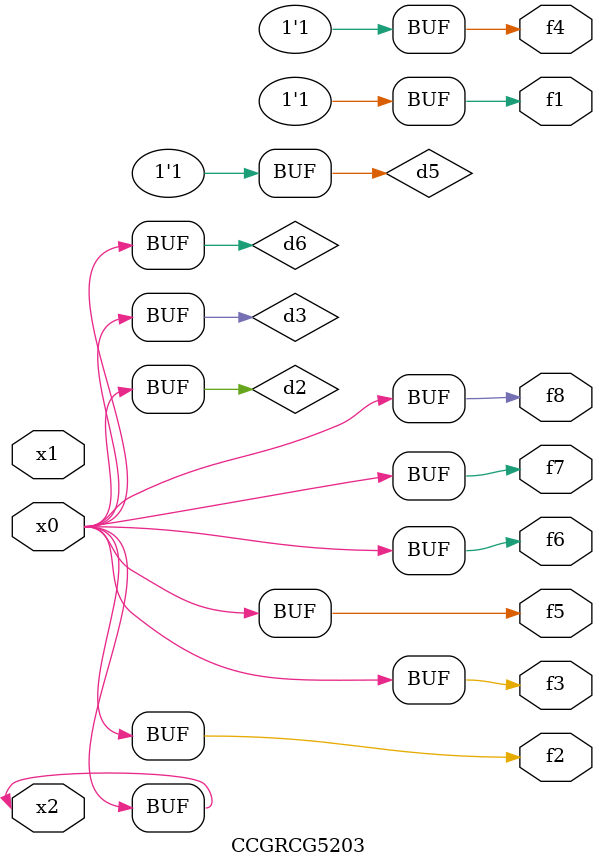
<source format=v>
module CCGRCG5203(
	input x0, x1, x2,
	output f1, f2, f3, f4, f5, f6, f7, f8
);

	wire d1, d2, d3, d4, d5, d6;

	xnor (d1, x2);
	buf (d2, x0, x2);
	and (d3, x0);
	xnor (d4, x1, x2);
	nand (d5, d1, d3);
	buf (d6, d2, d3);
	assign f1 = d5;
	assign f2 = d6;
	assign f3 = d6;
	assign f4 = d5;
	assign f5 = d6;
	assign f6 = d6;
	assign f7 = d6;
	assign f8 = d6;
endmodule

</source>
